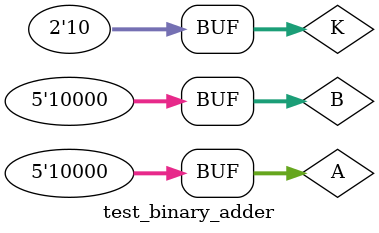
<source format=v>
module test_binary_adder;
reg [4:0] A, B;
reg [1:0] K;
wire [3:0] S;
wire C;

// Model to be tested
// ripple_carry_4_bit_adder RC1(S, C, A[3:0], B[3:0], K[0]);
carry_lookahead_4_bit_adder_gatelevel CLA1(S, C, A[3:0], B[3:0], K[0]);

initial
	begin
		for (A=5'b00000; A<=5'b01111; A=A+5'b00001)
			for (B=5'b00000; B<=5'b01111; B=B+5'b00001)
				for (K=5'b00; K<=5'b01; K=K+2'b01)
					#40;
	end

initial
	$monitor($time, "\t A=%d B=%d K=%d S=%d C=%d", A, B, K, S, C);
endmodule
</source>
